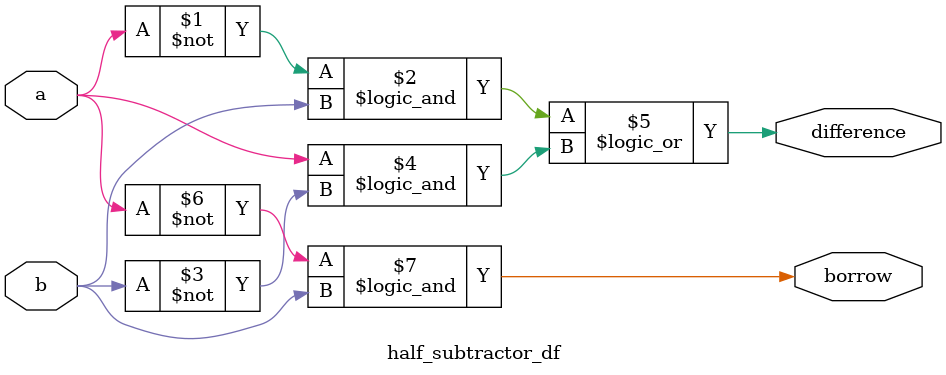
<source format=v>
module half_subtractor_df(difference, borrow, a, b);
	output difference,borrow;
	input a,b;
	assign difference= ((~a) && b) || (a && (~b));
	assign borrow=(~a)&& b;
endmodule
</source>
